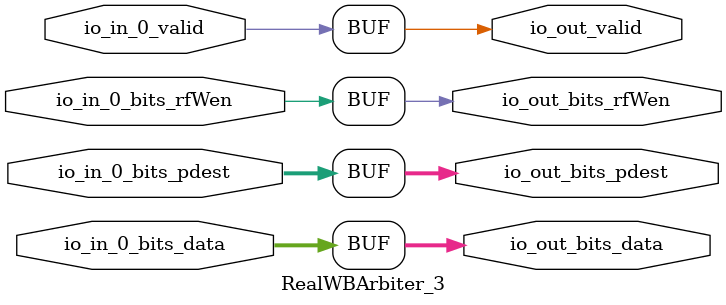
<source format=sv>
`ifndef RANDOMIZE
  `ifdef RANDOMIZE_MEM_INIT
    `define RANDOMIZE
  `endif // RANDOMIZE_MEM_INIT
`endif // not def RANDOMIZE
`ifndef RANDOMIZE
  `ifdef RANDOMIZE_REG_INIT
    `define RANDOMIZE
  `endif // RANDOMIZE_REG_INIT
`endif // not def RANDOMIZE

`ifndef RANDOM
  `define RANDOM $random
`endif // not def RANDOM

// Users can define INIT_RANDOM as general code that gets injected into the
// initializer block for modules with registers.
`ifndef INIT_RANDOM
  `define INIT_RANDOM
`endif // not def INIT_RANDOM

// If using random initialization, you can also define RANDOMIZE_DELAY to
// customize the delay used, otherwise 0.002 is used.
`ifndef RANDOMIZE_DELAY
  `define RANDOMIZE_DELAY 0.002
`endif // not def RANDOMIZE_DELAY

// Define INIT_RANDOM_PROLOG_ for use in our modules below.
`ifndef INIT_RANDOM_PROLOG_
  `ifdef RANDOMIZE
    `ifdef VERILATOR
      `define INIT_RANDOM_PROLOG_ `INIT_RANDOM
    `else  // VERILATOR
      `define INIT_RANDOM_PROLOG_ `INIT_RANDOM #`RANDOMIZE_DELAY begin end
    `endif // VERILATOR
  `else  // RANDOMIZE
    `define INIT_RANDOM_PROLOG_
  `endif // RANDOMIZE
`endif // not def INIT_RANDOM_PROLOG_

// Include register initializers in init blocks unless synthesis is set
`ifndef SYNTHESIS
  `ifndef ENABLE_INITIAL_REG_
    `define ENABLE_INITIAL_REG_
  `endif // not def ENABLE_INITIAL_REG_
`endif // not def SYNTHESIS

// Include rmemory initializers in init blocks unless synthesis is set
`ifndef SYNTHESIS
  `ifndef ENABLE_INITIAL_MEM_
    `define ENABLE_INITIAL_MEM_
  `endif // not def ENABLE_INITIAL_MEM_
`endif // not def SYNTHESIS

module RealWBArbiter_3(
  input         io_in_0_valid,
  input         io_in_0_bits_rfWen,
  input  [5:0]  io_in_0_bits_pdest,
  input  [63:0] io_in_0_bits_data,
  output        io_out_valid,
  output        io_out_bits_rfWen,
  output [5:0]  io_out_bits_pdest,
  output [63:0] io_out_bits_data
);

  assign io_out_valid = io_in_0_valid;
  assign io_out_bits_rfWen = io_in_0_bits_rfWen;
  assign io_out_bits_pdest = io_in_0_bits_pdest;
  assign io_out_bits_data = io_in_0_bits_data;
endmodule


</source>
